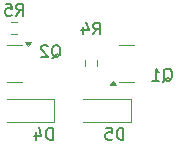
<source format=gbr>
%TF.GenerationSoftware,KiCad,Pcbnew,8.0.7*%
%TF.CreationDate,2024-12-12T10:30:31+01:00*%
%TF.ProjectId,pcb_actionneur_ventouse,7063625f-6163-4746-996f-6e6e6575725f,rev?*%
%TF.SameCoordinates,Original*%
%TF.FileFunction,Legend,Bot*%
%TF.FilePolarity,Positive*%
%FSLAX46Y46*%
G04 Gerber Fmt 4.6, Leading zero omitted, Abs format (unit mm)*
G04 Created by KiCad (PCBNEW 8.0.7) date 2024-12-12 10:30:31*
%MOMM*%
%LPD*%
G01*
G04 APERTURE LIST*
%ADD10C,0.150000*%
%ADD11C,0.120000*%
G04 APERTURE END LIST*
D10*
X155738094Y-61954819D02*
X155738094Y-60954819D01*
X155738094Y-60954819D02*
X155499999Y-60954819D01*
X155499999Y-60954819D02*
X155357142Y-61002438D01*
X155357142Y-61002438D02*
X155261904Y-61097676D01*
X155261904Y-61097676D02*
X155214285Y-61192914D01*
X155214285Y-61192914D02*
X155166666Y-61383390D01*
X155166666Y-61383390D02*
X155166666Y-61526247D01*
X155166666Y-61526247D02*
X155214285Y-61716723D01*
X155214285Y-61716723D02*
X155261904Y-61811961D01*
X155261904Y-61811961D02*
X155357142Y-61907200D01*
X155357142Y-61907200D02*
X155499999Y-61954819D01*
X155499999Y-61954819D02*
X155738094Y-61954819D01*
X154261904Y-60954819D02*
X154738094Y-60954819D01*
X154738094Y-60954819D02*
X154785713Y-61431009D01*
X154785713Y-61431009D02*
X154738094Y-61383390D01*
X154738094Y-61383390D02*
X154642856Y-61335771D01*
X154642856Y-61335771D02*
X154404761Y-61335771D01*
X154404761Y-61335771D02*
X154309523Y-61383390D01*
X154309523Y-61383390D02*
X154261904Y-61431009D01*
X154261904Y-61431009D02*
X154214285Y-61526247D01*
X154214285Y-61526247D02*
X154214285Y-61764342D01*
X154214285Y-61764342D02*
X154261904Y-61859580D01*
X154261904Y-61859580D02*
X154309523Y-61907200D01*
X154309523Y-61907200D02*
X154404761Y-61954819D01*
X154404761Y-61954819D02*
X154642856Y-61954819D01*
X154642856Y-61954819D02*
X154738094Y-61907200D01*
X154738094Y-61907200D02*
X154785713Y-61859580D01*
X149738094Y-61954819D02*
X149738094Y-60954819D01*
X149738094Y-60954819D02*
X149499999Y-60954819D01*
X149499999Y-60954819D02*
X149357142Y-61002438D01*
X149357142Y-61002438D02*
X149261904Y-61097676D01*
X149261904Y-61097676D02*
X149214285Y-61192914D01*
X149214285Y-61192914D02*
X149166666Y-61383390D01*
X149166666Y-61383390D02*
X149166666Y-61526247D01*
X149166666Y-61526247D02*
X149214285Y-61716723D01*
X149214285Y-61716723D02*
X149261904Y-61811961D01*
X149261904Y-61811961D02*
X149357142Y-61907200D01*
X149357142Y-61907200D02*
X149499999Y-61954819D01*
X149499999Y-61954819D02*
X149738094Y-61954819D01*
X148309523Y-61288152D02*
X148309523Y-61954819D01*
X148547618Y-60907200D02*
X148785713Y-61621485D01*
X148785713Y-61621485D02*
X148166666Y-61621485D01*
X146666666Y-51454819D02*
X146999999Y-50978628D01*
X147238094Y-51454819D02*
X147238094Y-50454819D01*
X147238094Y-50454819D02*
X146857142Y-50454819D01*
X146857142Y-50454819D02*
X146761904Y-50502438D01*
X146761904Y-50502438D02*
X146714285Y-50550057D01*
X146714285Y-50550057D02*
X146666666Y-50645295D01*
X146666666Y-50645295D02*
X146666666Y-50788152D01*
X146666666Y-50788152D02*
X146714285Y-50883390D01*
X146714285Y-50883390D02*
X146761904Y-50931009D01*
X146761904Y-50931009D02*
X146857142Y-50978628D01*
X146857142Y-50978628D02*
X147238094Y-50978628D01*
X145761904Y-50454819D02*
X146238094Y-50454819D01*
X146238094Y-50454819D02*
X146285713Y-50931009D01*
X146285713Y-50931009D02*
X146238094Y-50883390D01*
X146238094Y-50883390D02*
X146142856Y-50835771D01*
X146142856Y-50835771D02*
X145904761Y-50835771D01*
X145904761Y-50835771D02*
X145809523Y-50883390D01*
X145809523Y-50883390D02*
X145761904Y-50931009D01*
X145761904Y-50931009D02*
X145714285Y-51026247D01*
X145714285Y-51026247D02*
X145714285Y-51264342D01*
X145714285Y-51264342D02*
X145761904Y-51359580D01*
X145761904Y-51359580D02*
X145809523Y-51407200D01*
X145809523Y-51407200D02*
X145904761Y-51454819D01*
X145904761Y-51454819D02*
X146142856Y-51454819D01*
X146142856Y-51454819D02*
X146238094Y-51407200D01*
X146238094Y-51407200D02*
X146285713Y-51359580D01*
X153166666Y-53042319D02*
X153499999Y-52566128D01*
X153738094Y-53042319D02*
X153738094Y-52042319D01*
X153738094Y-52042319D02*
X153357142Y-52042319D01*
X153357142Y-52042319D02*
X153261904Y-52089938D01*
X153261904Y-52089938D02*
X153214285Y-52137557D01*
X153214285Y-52137557D02*
X153166666Y-52232795D01*
X153166666Y-52232795D02*
X153166666Y-52375652D01*
X153166666Y-52375652D02*
X153214285Y-52470890D01*
X153214285Y-52470890D02*
X153261904Y-52518509D01*
X153261904Y-52518509D02*
X153357142Y-52566128D01*
X153357142Y-52566128D02*
X153738094Y-52566128D01*
X152309523Y-52375652D02*
X152309523Y-53042319D01*
X152547618Y-51994700D02*
X152785713Y-52708985D01*
X152785713Y-52708985D02*
X152166666Y-52708985D01*
X149657738Y-55050057D02*
X149752976Y-55002438D01*
X149752976Y-55002438D02*
X149848214Y-54907200D01*
X149848214Y-54907200D02*
X149991071Y-54764342D01*
X149991071Y-54764342D02*
X150086309Y-54716723D01*
X150086309Y-54716723D02*
X150181547Y-54716723D01*
X150133928Y-54954819D02*
X150229166Y-54907200D01*
X150229166Y-54907200D02*
X150324404Y-54811961D01*
X150324404Y-54811961D02*
X150372023Y-54621485D01*
X150372023Y-54621485D02*
X150372023Y-54288152D01*
X150372023Y-54288152D02*
X150324404Y-54097676D01*
X150324404Y-54097676D02*
X150229166Y-54002438D01*
X150229166Y-54002438D02*
X150133928Y-53954819D01*
X150133928Y-53954819D02*
X149943452Y-53954819D01*
X149943452Y-53954819D02*
X149848214Y-54002438D01*
X149848214Y-54002438D02*
X149752976Y-54097676D01*
X149752976Y-54097676D02*
X149705357Y-54288152D01*
X149705357Y-54288152D02*
X149705357Y-54621485D01*
X149705357Y-54621485D02*
X149752976Y-54811961D01*
X149752976Y-54811961D02*
X149848214Y-54907200D01*
X149848214Y-54907200D02*
X149943452Y-54954819D01*
X149943452Y-54954819D02*
X150133928Y-54954819D01*
X149324404Y-54050057D02*
X149276785Y-54002438D01*
X149276785Y-54002438D02*
X149181547Y-53954819D01*
X149181547Y-53954819D02*
X148943452Y-53954819D01*
X148943452Y-53954819D02*
X148848214Y-54002438D01*
X148848214Y-54002438D02*
X148800595Y-54050057D01*
X148800595Y-54050057D02*
X148752976Y-54145295D01*
X148752976Y-54145295D02*
X148752976Y-54240533D01*
X148752976Y-54240533D02*
X148800595Y-54383390D01*
X148800595Y-54383390D02*
X149372023Y-54954819D01*
X149372023Y-54954819D02*
X148752976Y-54954819D01*
X159095238Y-57050057D02*
X159190476Y-57002438D01*
X159190476Y-57002438D02*
X159285714Y-56907200D01*
X159285714Y-56907200D02*
X159428571Y-56764342D01*
X159428571Y-56764342D02*
X159523809Y-56716723D01*
X159523809Y-56716723D02*
X159619047Y-56716723D01*
X159571428Y-56954819D02*
X159666666Y-56907200D01*
X159666666Y-56907200D02*
X159761904Y-56811961D01*
X159761904Y-56811961D02*
X159809523Y-56621485D01*
X159809523Y-56621485D02*
X159809523Y-56288152D01*
X159809523Y-56288152D02*
X159761904Y-56097676D01*
X159761904Y-56097676D02*
X159666666Y-56002438D01*
X159666666Y-56002438D02*
X159571428Y-55954819D01*
X159571428Y-55954819D02*
X159380952Y-55954819D01*
X159380952Y-55954819D02*
X159285714Y-56002438D01*
X159285714Y-56002438D02*
X159190476Y-56097676D01*
X159190476Y-56097676D02*
X159142857Y-56288152D01*
X159142857Y-56288152D02*
X159142857Y-56621485D01*
X159142857Y-56621485D02*
X159190476Y-56811961D01*
X159190476Y-56811961D02*
X159285714Y-56907200D01*
X159285714Y-56907200D02*
X159380952Y-56954819D01*
X159380952Y-56954819D02*
X159571428Y-56954819D01*
X158190476Y-56954819D02*
X158761904Y-56954819D01*
X158476190Y-56954819D02*
X158476190Y-55954819D01*
X158476190Y-55954819D02*
X158571428Y-56097676D01*
X158571428Y-56097676D02*
X158666666Y-56192914D01*
X158666666Y-56192914D02*
X158761904Y-56240533D01*
D11*
%TO.C,D5*%
X156360000Y-60500000D02*
X156360000Y-58500000D01*
X152350000Y-58500000D02*
X156360000Y-58500000D01*
X152350000Y-60500000D02*
X156360000Y-60500000D01*
%TO.C,D4*%
X149860000Y-60500000D02*
X149860000Y-58500000D01*
X145850000Y-58500000D02*
X149860000Y-58500000D01*
X145850000Y-60500000D02*
X149860000Y-60500000D01*
%TO.C,R5*%
X146245276Y-53022500D02*
X146754724Y-53022500D01*
X146245276Y-51977500D02*
X146754724Y-51977500D01*
%TO.C,R4*%
X152477500Y-55754724D02*
X152477500Y-55245276D01*
X153522500Y-55754724D02*
X153522500Y-55245276D01*
%TO.C,Q2*%
X147150000Y-53940000D02*
X146500000Y-53940000D01*
X145850000Y-53940000D02*
X146500000Y-53940000D01*
X147150000Y-57060000D02*
X146500000Y-57060000D01*
X145850000Y-57060000D02*
X146500000Y-57060000D01*
X147662500Y-53990000D02*
X147422500Y-53660000D01*
X147902500Y-53660000D01*
X147662500Y-53990000D01*
G36*
X147662500Y-53990000D02*
G01*
X147422500Y-53660000D01*
X147902500Y-53660000D01*
X147662500Y-53990000D01*
G37*
%TO.C,Q1*%
X155350000Y-57060000D02*
X156000000Y-57060000D01*
X156650000Y-57060000D02*
X156000000Y-57060000D01*
X155350000Y-53940000D02*
X156000000Y-53940000D01*
X156650000Y-53940000D02*
X156000000Y-53940000D01*
X155077500Y-57340000D02*
X154597500Y-57340000D01*
X154837500Y-57010000D01*
X155077500Y-57340000D01*
G36*
X155077500Y-57340000D02*
G01*
X154597500Y-57340000D01*
X154837500Y-57010000D01*
X155077500Y-57340000D01*
G37*
%TD*%
M02*

</source>
